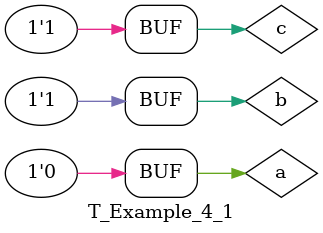
<source format=v>
`timescale 1ns / 1ns
`include "Example_4_1.v"

module T_Example_4_1;

reg y;
wire a;
wire b;
wire c;

Example_4_1 name_of_object_module(a, b, c);

initial begin

 $dumpfile("T_Example_4_1.vcd");
 $dumpvars(0, T_Example_4_1);

 a = 0;
 b = 0;
 c = 0;
 #20;

 a = 0;
 b = 0;
 c = 1;
 #20;

 a = 0;
 b = 1;
 c = 1;
 #20;

 $display("Test complete!");


end

endmodule

</source>
